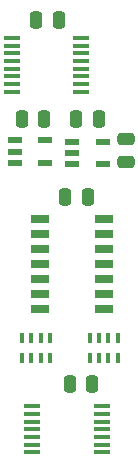
<source format=gtp>
%TF.GenerationSoftware,KiCad,Pcbnew,8.0.7*%
%TF.CreationDate,2025-01-14T09:52:43+02:00*%
%TF.ProjectId,Main Memory Enable,4d61696e-204d-4656-9d6f-727920456e61,V0*%
%TF.SameCoordinates,Original*%
%TF.FileFunction,Paste,Top*%
%TF.FilePolarity,Positive*%
%FSLAX46Y46*%
G04 Gerber Fmt 4.6, Leading zero omitted, Abs format (unit mm)*
G04 Created by KiCad (PCBNEW 8.0.7) date 2025-01-14 09:52:43*
%MOMM*%
%LPD*%
G01*
G04 APERTURE LIST*
G04 Aperture macros list*
%AMRoundRect*
0 Rectangle with rounded corners*
0 $1 Rounding radius*
0 $2 $3 $4 $5 $6 $7 $8 $9 X,Y pos of 4 corners*
0 Add a 4 corners polygon primitive as box body*
4,1,4,$2,$3,$4,$5,$6,$7,$8,$9,$2,$3,0*
0 Add four circle primitives for the rounded corners*
1,1,$1+$1,$2,$3*
1,1,$1+$1,$4,$5*
1,1,$1+$1,$6,$7*
1,1,$1+$1,$8,$9*
0 Add four rect primitives between the rounded corners*
20,1,$1+$1,$2,$3,$4,$5,0*
20,1,$1+$1,$4,$5,$6,$7,0*
20,1,$1+$1,$6,$7,$8,$9,0*
20,1,$1+$1,$8,$9,$2,$3,0*%
G04 Aperture macros list end*
%ADD10RoundRect,0.250000X0.250000X0.475000X-0.250000X0.475000X-0.250000X-0.475000X0.250000X-0.475000X0*%
%ADD11R,0.450000X0.900000*%
%ADD12R,1.150000X0.600000*%
%ADD13RoundRect,0.250000X-0.250000X-0.475000X0.250000X-0.475000X0.250000X0.475000X-0.250000X0.475000X0*%
%ADD14R,1.550000X0.650000*%
%ADD15R,1.475000X0.450000*%
%ADD16R,1.250000X0.600000*%
%ADD17RoundRect,0.250000X-0.475000X0.250000X-0.475000X-0.250000X0.475000X-0.250000X0.475000X0.250000X0*%
G04 APERTURE END LIST*
D10*
%TO.C,C1*%
X5887000Y-10668000D03*
X3987000Y-10668000D03*
%TD*%
%TO.C,C4*%
X7112000Y-2286000D03*
X5212000Y-2286000D03*
%TD*%
D11*
%TO.C,RN1*%
X6407000Y-29220000D03*
X5607000Y-29220000D03*
X4807000Y-29220000D03*
X4007000Y-29220000D03*
X4007000Y-30920000D03*
X4807000Y-30920000D03*
X5607000Y-30920000D03*
X6407000Y-30920000D03*
%TD*%
%TO.C,RN2*%
X12122000Y-29220000D03*
X11322000Y-29220000D03*
X10522000Y-29220000D03*
X9722000Y-29220000D03*
X9722000Y-30920000D03*
X10522000Y-30920000D03*
X11322000Y-30920000D03*
X12122000Y-30920000D03*
%TD*%
D12*
%TO.C,IC1*%
X8225000Y-12639000D03*
X8225000Y-13589000D03*
X8225000Y-14539000D03*
X10825000Y-14539000D03*
X10825000Y-12639000D03*
%TD*%
D13*
%TO.C,C10*%
X8591000Y-10668000D03*
X10491000Y-10668000D03*
%TD*%
D14*
%TO.C,IC3*%
X5530000Y-19177000D03*
X5530000Y-20447000D03*
X5530000Y-21717000D03*
X5530000Y-22987000D03*
X5530000Y-24257000D03*
X5530000Y-25527000D03*
X5530000Y-26797000D03*
X10980000Y-26797000D03*
X10980000Y-25527000D03*
X10980000Y-24257000D03*
X10980000Y-22987000D03*
X10980000Y-21717000D03*
X10980000Y-20447000D03*
X10980000Y-19177000D03*
%TD*%
D15*
%TO.C,IC4*%
X4886000Y-35007000D03*
X4886000Y-35657000D03*
X4886000Y-36307000D03*
X4886000Y-36957000D03*
X4886000Y-37607000D03*
X4886000Y-38257000D03*
X4886000Y-38907000D03*
X10762000Y-38907000D03*
X10762000Y-38257000D03*
X10762000Y-37607000D03*
X10762000Y-36957000D03*
X10762000Y-36307000D03*
X10762000Y-35657000D03*
X10762000Y-35007000D03*
%TD*%
%TO.C,IC5*%
X3158000Y-3821000D03*
X3158000Y-4471000D03*
X3158000Y-5121000D03*
X3158000Y-5771000D03*
X3158000Y-6421000D03*
X3158000Y-7071000D03*
X3158000Y-7721000D03*
X3158000Y-8371000D03*
X9034000Y-8371000D03*
X9034000Y-7721000D03*
X9034000Y-7071000D03*
X9034000Y-6421000D03*
X9034000Y-5771000D03*
X9034000Y-5121000D03*
X9034000Y-4471000D03*
X9034000Y-3821000D03*
%TD*%
D10*
%TO.C,C3*%
X9951000Y-33147000D03*
X8051000Y-33147000D03*
%TD*%
D16*
%TO.C,IC2*%
X3449000Y-12512000D03*
X3449000Y-13462000D03*
X3449000Y-14412000D03*
X5949000Y-14412000D03*
X5949000Y-12512000D03*
%TD*%
D10*
%TO.C,C6*%
X9570000Y-17272000D03*
X7670000Y-17272000D03*
%TD*%
D17*
%TO.C,C11*%
X12827000Y-12401000D03*
X12827000Y-14301000D03*
%TD*%
M02*

</source>
